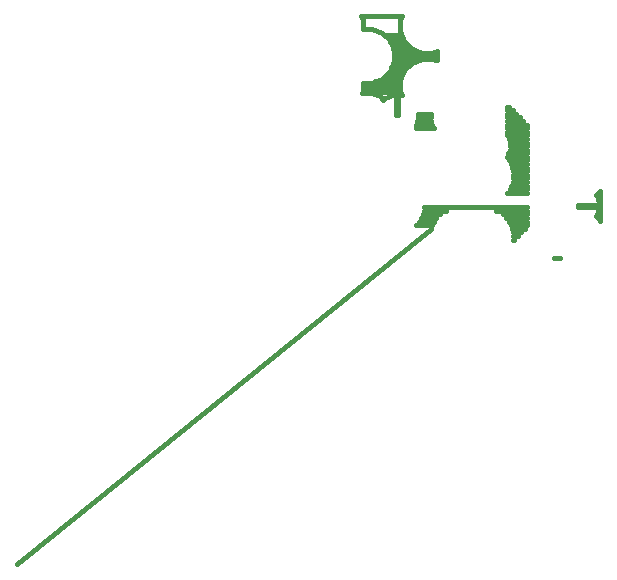
<source format=gbr>
G75*
%MOIN*%
%OFA0B0*%
%FSLAX25Y25*%
%IPPOS*%
%LPD*%
%AMOC8*
5,1,8,0,0,1.08239X$1,22.5*
%
%ADD10C,0.00000*%
%ADD11C,0.01100*%
%ADD12C,0.01600*%
%ADD13C,0.06299*%
%ADD14C,0.05440*%
%ADD15C,0.06800*%
%ADD16C,0.07087*%
%ADD17C,0.01200*%
%ADD18C,0.02400*%
%ADD19C,0.03962*%
%ADD20C,0.01800*%
D12*
X0137806Y0111661D01*
X0138302Y0112859D02*
X0132813Y0112859D01*
X0134012Y0114058D02*
X0138799Y0114058D01*
X0139755Y0115257D02*
X0134636Y0115257D01*
X0135132Y0116455D02*
X0140953Y0116455D01*
X0143070Y0117654D02*
X0135600Y0117654D01*
X0135600Y0118852D02*
X0169800Y0118852D01*
X0169800Y0117654D02*
X0159475Y0117654D01*
X0161893Y0116455D02*
X0169800Y0116455D01*
X0169800Y0115257D02*
X0163091Y0115257D01*
X0164130Y0114058D02*
X0169800Y0114058D01*
X0169800Y0112859D02*
X0164627Y0112859D01*
X0165123Y0111661D02*
X0169270Y0111661D01*
X0168072Y0110462D02*
X0165350Y0110462D01*
X0165350Y0109264D02*
X0166873Y0109264D01*
X0165675Y0108065D02*
X0165350Y0108065D01*
X0178916Y0102073D02*
X0180971Y0102073D01*
X0194425Y0114375D02*
X0194425Y0124373D01*
X0194351Y0124195D01*
X0193048Y0122892D01*
X0193200Y0122629D01*
X0193569Y0121740D01*
X0193818Y0120810D01*
X0193943Y0119855D01*
X0193943Y0119758D01*
X0186984Y0119758D01*
X0186984Y0118990D01*
X0193943Y0118990D01*
X0193943Y0118893D01*
X0193818Y0117938D01*
X0193569Y0117009D01*
X0193200Y0116119D01*
X0193048Y0115856D01*
X0194351Y0114553D01*
X0194425Y0114375D01*
X0194425Y0115257D02*
X0193648Y0115257D01*
X0193339Y0116455D02*
X0194425Y0116455D01*
X0194425Y0117654D02*
X0193741Y0117654D01*
X0193938Y0118852D02*
X0194425Y0118852D01*
X0194425Y0120051D02*
X0193918Y0120051D01*
X0193700Y0121249D02*
X0194425Y0121249D01*
X0194425Y0122448D02*
X0193275Y0122448D01*
X0193803Y0123646D02*
X0194425Y0123646D01*
X0169800Y0123646D02*
X0163246Y0123646D01*
X0164194Y0124845D02*
X0169800Y0124845D01*
X0169800Y0126043D02*
X0164691Y0126043D01*
X0165187Y0127242D02*
X0169800Y0127242D01*
X0169800Y0128440D02*
X0165350Y0128440D01*
X0165350Y0129639D02*
X0169800Y0129639D01*
X0169800Y0130837D02*
X0165350Y0130837D01*
X0164968Y0132036D02*
X0169800Y0132036D01*
X0169800Y0133234D02*
X0164472Y0133234D01*
X0163915Y0134433D02*
X0169800Y0134433D01*
X0169800Y0135631D02*
X0163255Y0135631D01*
X0163752Y0136830D02*
X0169800Y0136830D01*
X0169800Y0138028D02*
X0164181Y0138028D01*
X0164181Y0139227D02*
X0169800Y0139227D01*
X0169800Y0140425D02*
X0164181Y0140425D01*
X0163874Y0141624D02*
X0169800Y0141624D01*
X0169800Y0142822D02*
X0163400Y0142822D01*
X0163400Y0144021D02*
X0169800Y0144021D01*
X0169800Y0145219D02*
X0163400Y0145219D01*
X0163400Y0146418D02*
X0169800Y0146418D01*
X0168741Y0147616D02*
X0163400Y0147616D01*
X0163400Y0148815D02*
X0167543Y0148815D01*
X0166344Y0150013D02*
X0163400Y0150013D01*
X0163400Y0151212D02*
X0165145Y0151212D01*
X0163947Y0152410D02*
X0163400Y0152410D01*
X0138850Y0145219D02*
X0133129Y0145219D01*
X0132898Y0146418D02*
X0138354Y0146418D01*
X0137858Y0147616D02*
X0133324Y0147616D01*
X0133536Y0148815D02*
X0137850Y0148815D01*
X0137850Y0150013D02*
X0133525Y0150013D01*
X0128198Y0156141D02*
X0127959Y0156205D01*
X0127055Y0156324D01*
X0126800Y0156324D01*
X0126800Y0149574D01*
X0126400Y0149574D01*
X0126400Y0156324D01*
X0126144Y0156324D01*
X0125241Y0156205D01*
X0124361Y0155969D01*
X0123520Y0155620D01*
X0122731Y0155165D01*
X0122052Y0154644D01*
X0120894Y0155801D01*
X0118108Y0156955D01*
X0115092Y0156955D01*
X0115064Y0156943D01*
X0115350Y0157634D01*
X0115350Y0160374D01*
X0118390Y0160374D01*
X0121698Y0161744D01*
X0124230Y0164276D01*
X0125600Y0167584D01*
X0125600Y0171164D01*
X0124230Y0174472D01*
X0121698Y0177004D01*
X0118390Y0178374D01*
X0115350Y0178374D01*
X0115350Y0181114D01*
X0114745Y0182574D01*
X0128184Y0182574D01*
X0127600Y0181164D01*
X0127600Y0177584D01*
X0128970Y0174276D01*
X0131502Y0171744D01*
X0134810Y0170374D01*
X0138390Y0170374D01*
X0139800Y0170958D01*
X0139800Y0167790D01*
X0138390Y0168374D01*
X0134810Y0168374D01*
X0131502Y0167004D01*
X0128970Y0164472D01*
X0127600Y0161164D01*
X0127600Y0157584D01*
X0128198Y0156141D01*
X0127757Y0157204D02*
X0115172Y0157204D01*
X0115350Y0158403D02*
X0127600Y0158403D01*
X0127600Y0159601D02*
X0115350Y0159601D01*
X0119419Y0160800D02*
X0127600Y0160800D01*
X0127946Y0161998D02*
X0121952Y0161998D01*
X0123151Y0163197D02*
X0128442Y0163197D01*
X0128938Y0164395D02*
X0124279Y0164395D01*
X0124776Y0165594D02*
X0130092Y0165594D01*
X0131291Y0166793D02*
X0125272Y0166793D01*
X0125600Y0167991D02*
X0133885Y0167991D01*
X0134776Y0170388D02*
X0125600Y0170388D01*
X0125600Y0169190D02*
X0139800Y0169190D01*
X0139800Y0170388D02*
X0138424Y0170388D01*
X0139315Y0167991D02*
X0139800Y0167991D01*
X0131882Y0171587D02*
X0125425Y0171587D01*
X0124929Y0172785D02*
X0130461Y0172785D01*
X0129263Y0173984D02*
X0124432Y0173984D01*
X0123520Y0175182D02*
X0128595Y0175182D01*
X0128098Y0176381D02*
X0122321Y0176381D01*
X0120309Y0177579D02*
</source>
